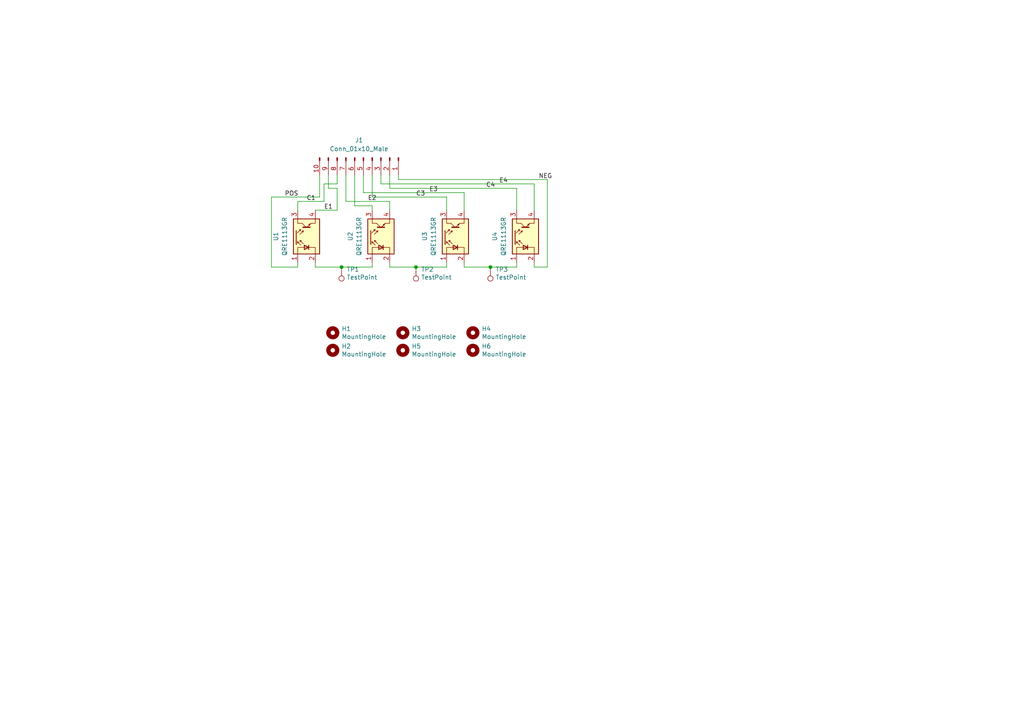
<source format=kicad_sch>
(kicad_sch (version 20211123) (generator eeschema)
  (paper "A4")
  (lib_symbols
    (symbol "Connector:Conn_01x10_Male" (pin_names (offset 1.016) hide)
      (property "Reference" "J" (at 0 12.7 0))
      (property "Value" "Conn_01x10_Male" (at 0 -15.24 0))
      (symbol "Conn_01x10_Male_1_1"
        (polyline (pts (xy 1.27 -12.7) (xy 0.8636 -12.7)) (stroke (width 0.1524)))
        (polyline (pts (xy 1.27 -10.16) (xy 0.8636 -10.16)) (stroke (width 0.1524)))
        (polyline (pts (xy 1.27 -7.62) (xy 0.8636 -7.62)) (stroke (width 0.1524)))
        (polyline (pts (xy 1.27 -5.08) (xy 0.8636 -5.08)) (stroke (width 0.1524)))
        (polyline (pts (xy 1.27 -2.54) (xy 0.8636 -2.54)) (stroke (width 0.1524)))
        (polyline (pts (xy 1.27 0) (xy 0.8636 0)) (stroke (width 0.1524)))
        (polyline (pts (xy 1.27 2.54) (xy 0.8636 2.54)) (stroke (width 0.1524)))
        (polyline (pts (xy 1.27 5.08) (xy 0.8636 5.08)) (stroke (width 0.1524)))
        (polyline (pts (xy 1.27 7.62) (xy 0.8636 7.62)) (stroke (width 0.1524)))
        (polyline (pts (xy 1.27 10.16) (xy 0.8636 10.16)) (stroke (width 0.1524)))
        (rectangle (start 0.8636 -12.573) (end 0 -12.827) (stroke (width 0.1524)) (fill (type outline)))
        (rectangle (start 0.8636 -10.033) (end 0 -10.287) (stroke (width 0.1524)) (fill (type outline)))
        (rectangle (start 0.8636 -7.493) (end 0 -7.747) (stroke (width 0.1524)) (fill (type outline)))
        (rectangle (start 0.8636 -4.953) (end 0 -5.207) (stroke (width 0.1524)) (fill (type outline)))
        (rectangle (start 0.8636 -2.413) (end 0 -2.667) (stroke (width 0.1524)) (fill (type outline)))
        (rectangle (start 0.8636 0.127) (end 0 -0.127) (stroke (width 0.1524)) (fill (type outline)))
        (rectangle (start 0.8636 2.667) (end 0 2.413) (stroke (width 0.1524)) (fill (type outline)))
        (rectangle (start 0.8636 5.207) (end 0 4.953) (stroke (width 0.1524)) (fill (type outline)))
        (rectangle (start 0.8636 7.747) (end 0 7.493) (stroke (width 0.1524)) (fill (type outline)))
        (rectangle (start 0.8636 10.287) (end 0 10.033) (stroke (width 0.1524)) (fill (type outline)))
        (pin passive line (at 5.08 10.16 180) (length 3.81) (name "Pin_1") (number "1"))
        (pin passive line (at 5.08 -12.7 180) (length 3.81) (name "Pin_10") (number "10"))
        (pin passive line (at 5.08 7.62 180) (length 3.81) (name "Pin_2") (number "2"))
        (pin passive line (at 5.08 5.08 180) (length 3.81) (name "Pin_3") (number "3"))
        (pin passive line (at 5.08 2.54 180) (length 3.81) (name "Pin_4") (number "4"))
        (pin passive line (at 5.08 0 180) (length 3.81) (name "Pin_5") (number "5"))
        (pin passive line (at 5.08 -2.54 180) (length 3.81) (name "Pin_6") (number "6"))
        (pin passive line (at 5.08 -5.08 180) (length 3.81) (name "Pin_7") (number "7"))
        (pin passive line (at 5.08 -7.62 180) (length 3.81) (name "Pin_8") (number "8"))
        (pin passive line (at 5.08 -10.16 180) (length 3.81) (name "Pin_9") (number "9"))
      )
    )
    (symbol "Connector:TestPoint" (pin_numbers hide) (pin_names (offset 0.762) hide)
      (property "Reference" "TP" (at 0 6.858 0))
      (property "Value" "TestPoint" (at 0 5.08 0))
      (symbol "TestPoint_0_1"
        (circle (center 0 3.302) (radius 0.762))
      )
      (symbol "TestPoint_1_1"
        (pin passive line (at 0 0 90) (length 2.54) (name "1") (number "1"))
      )
    )
    (symbol "Mechanical:MountingHole" (pin_names (offset 1.016))
      (property "Reference" "H" (at 0 5.08 0))
      (property "Value" "MountingHole" (at 0 3.175 0))
      (symbol "MountingHole_0_1"
        (circle (center 0 0) (radius 1.27) (stroke (width 1.27)))
      )
    )
    (symbol "Sensor_Proximity:QRE1113GR" (pin_names (offset 0.0254) hide)
      (property "Reference" "U" (at -3.81 5.08 0))
      (property "Value" "QRE1113GR" (at 11.43 5.08 0))
      (symbol "QRE1113GR_0_1"
        (polyline (pts (xy -3.81 -0.635) (xy -2.54 -0.635)) (stroke (width 0.254)))
        (polyline (pts (xy -2.286 2.921) (xy -2.032 3.175)))
        (polyline (pts (xy -1.778 2.921) (xy -1.524 3.175)))
        (polyline (pts (xy -1.524 2.667) (xy -1.651 2.159)))
        (polyline (pts (xy -1.27 2.921) (xy -1.016 3.175)))
        (polyline (pts (xy -1.143 1.905) (xy -1.27 1.397)))
        (polyline (pts (xy -0.762 2.921) (xy -0.508 3.175)))
        (polyline (pts (xy -0.254 2.921) (xy 0 3.175)))
        (polyline (pts (xy 0.254 2.921) (xy 0.508 3.175)))
        (polyline (pts (xy 0.762 2.921) (xy 1.016 3.175)))
        (polyline (pts (xy 1.27 2.921) (xy 1.524 3.175)))
        (polyline (pts (xy 1.651 0.889) (xy 1.143 1.016)))
        (polyline (pts (xy 1.778 2.921) (xy -2.413 2.921)))
        (polyline (pts (xy 2.032 1.651) (xy 1.524 1.778)))
        (polyline (pts (xy 2.667 -0.127) (xy 3.81 -1.27)))
        (polyline (pts (xy 2.667 0.127) (xy 3.81 1.27)))
        (polyline (pts (xy -2.54 1.651) (xy -1.524 2.667) (xy -2.032 2.54)))
        (polyline (pts (xy -2.159 0.889) (xy -1.143 1.905) (xy -1.651 1.778)))
        (polyline (pts (xy 0.635 1.905) (xy 1.651 0.889) (xy 1.524 1.397)))
        (polyline (pts (xy 1.016 2.667) (xy 2.032 1.651) (xy 1.905 2.159)))
        (polyline (pts (xy 2.667 1.016) (xy 2.667 -1.016) (xy 2.667 -1.016)) (stroke (width 0.3556)))
        (polyline (pts (xy 3.81 -1.27) (xy 3.81 -2.54) (xy 5.08 -2.54)))
        (polyline (pts (xy 3.81 1.27) (xy 3.81 2.54) (xy 5.08 2.54)))
        (polyline (pts (xy -5.08 -2.54) (xy -3.175 -2.54) (xy -3.175 2.54) (xy -5.08 2.54)))
        (polyline (pts (xy -3.175 -0.635) (xy -3.81 0.635) (xy -2.54 0.635) (xy -3.175 -0.635)) (stroke (width 0.254)))
        (polyline (pts (xy 3.683 -1.143) (xy 3.429 -0.635) (xy 3.175 -0.889) (xy 3.683 -1.143)))
        (polyline (pts (xy -5.08 -3.81) (xy 5.08 -3.81) (xy 5.08 3.81) (xy -5.08 3.81) (xy -5.08 -3.81)) (stroke (width 0.254)) (fill (type background)))
      )
      (symbol "QRE1113GR_1_1"
        (pin passive line (at -7.62 2.54 0) (length 2.54) (name "A") (number "1"))
        (pin passive line (at -7.62 -2.54 0) (length 2.54) (name "K") (number "2"))
        (pin open_collector line (at 7.62 2.54 180) (length 2.54) (name "~") (number "3"))
        (pin open_emitter line (at 7.62 -2.54 180) (length 2.54) (name "~") (number "4"))
      )
    )
  )
  (junction (at 120.65 77.47))
  (junction (at 142.24 77.47))
  (junction (at 99.06 77.47))
  (wire (pts (xy 91.44 60.96) (xy 97.79 60.96)))
  (wire (pts (xy 78.74 77.47) (xy 78.74 57.15)))
  (wire (pts (xy 158.75 77.47) (xy 158.75 52.07)))
  (wire (pts (xy 129.54 57.15) (xy 107.95 57.15)))
  (wire (pts (xy 93.98 53.34) (xy 93.98 58.42)))
  (wire (pts (xy 78.74 57.15) (xy 92.71 57.15)))
  (wire (pts (xy 134.62 55.88) (xy 105.41 55.88)))
  (wire (pts (xy 158.75 52.07) (xy 115.57 52.07)))
  (wire (pts (xy 120.65 77.47) (xy 129.54 77.47)))
  (wire (pts (xy 107.95 59.69) (xy 107.95 60.96)))
  (wire (pts (xy 107.95 57.15) (xy 107.95 50.8)))
  (wire (pts (xy 149.86 54.61) (xy 113.03 54.61)))
  (wire (pts (xy 86.36 58.42) (xy 93.98 58.42)))
  (wire (pts (xy 86.36 58.42) (xy 86.36 60.96)))
  (wire (pts (xy 110.49 50.8) (xy 110.49 53.34)))
  (wire (pts (xy 134.62 77.47) (xy 142.24 77.47)))
  (wire (pts (xy 115.57 52.07) (xy 115.57 50.8)))
  (wire (pts (xy 154.94 53.34) (xy 154.94 60.96)))
  (wire (pts (xy 91.44 76.2) (xy 91.44 77.47)))
  (wire (pts (xy 97.79 54.61) (xy 95.25 54.61)))
  (wire (pts (xy 102.87 50.8) (xy 102.87 59.69)))
  (wire (pts (xy 113.03 76.2) (xy 113.03 77.47)))
  (wire (pts (xy 92.71 57.15) (xy 92.71 50.8)))
  (wire (pts (xy 149.86 54.61) (xy 149.86 60.96)))
  (wire (pts (xy 129.54 77.47) (xy 129.54 76.2)))
  (wire (pts (xy 107.95 77.47) (xy 107.95 76.2)))
  (wire (pts (xy 113.03 58.42) (xy 113.03 60.96)))
  (wire (pts (xy 129.54 57.15) (xy 129.54 60.96)))
  (wire (pts (xy 113.03 54.61) (xy 113.03 50.8)))
  (wire (pts (xy 134.62 55.88) (xy 134.62 60.96)))
  (wire (pts (xy 91.44 77.47) (xy 99.06 77.47)))
  (wire (pts (xy 93.98 53.34) (xy 97.79 53.34)))
  (wire (pts (xy 154.94 76.2) (xy 154.94 77.47)))
  (wire (pts (xy 86.36 77.47) (xy 78.74 77.47)))
  (wire (pts (xy 107.95 59.69) (xy 102.87 59.69)))
  (wire (pts (xy 113.03 58.42) (xy 100.33 58.42)))
  (wire (pts (xy 154.94 53.34) (xy 110.49 53.34)))
  (wire (pts (xy 113.03 77.47) (xy 120.65 77.47)))
  (wire (pts (xy 142.24 77.47) (xy 149.86 77.47)))
  (wire (pts (xy 100.33 50.8) (xy 100.33 58.42)))
  (wire (pts (xy 105.41 55.88) (xy 105.41 50.8)))
  (wire (pts (xy 149.86 77.47) (xy 149.86 76.2)))
  (wire (pts (xy 97.79 60.96) (xy 97.79 54.61)))
  (wire (pts (xy 134.62 76.2) (xy 134.62 77.47)))
  (wire (pts (xy 99.06 77.47) (xy 107.95 77.47)))
  (wire (pts (xy 97.79 53.34) (xy 97.79 50.8)))
  (wire (pts (xy 154.94 77.47) (xy 158.75 77.47)))
  (wire (pts (xy 86.36 76.2) (xy 86.36 77.47)))
  (wire (pts (xy 95.25 54.61) (xy 95.25 50.8)))
  (label "E2" (at 106.68 58.42 0))
  (label "E4" (at 144.78 53.34 0))
  (label "E3" (at 124.46 55.88 0))
  (label "E1" (at 93.98 60.96 0))
  (label "NEG" (at 156.21 52.07 0))
  (label "C1" (at 88.9 58.42 0))
  (label "C4" (at 140.97 54.61 0))
  (label "C3" (at 120.65 57.15 0))
  (label "POS" (at 82.55 57.15 0))
  (symbol (lib_id "Mechanical:MountingHole") (at 96.52 96.52 0) (unit 1)
    (property "Reference" "H1" (at 99.06 95.3516 0) (effects (justify left)))
    (property "Value" "MountingHole" (at 99.06 97.663 0) (effects (justify left)))
    (property "Footprint" "Mounting_Holes:MountingHole_3.2mm_M3" (effects hide))
  )
  (symbol (lib_id "Mechanical:MountingHole") (at 96.52 101.6 0) (unit 1)
    (property "Reference" "H2" (at 99.06 100.4316 0) (effects (justify left)))
    (property "Value" "MountingHole" (at 99.06 102.743 0) (effects (justify left)))
    (property "Footprint" "Mounting_Holes:MountingHole_3.2mm_M3" (effects hide))
  )
  (symbol (lib_id "Connector:TestPoint") (at 99.06 77.47 180) (unit 1)
    (property "Reference" "TP1" (at 100.5332 78.1304 0) (effects (justify right)))
    (property "Value" "TestPoint" (at 100.5332 80.4418 0) (effects (justify right)))
    (property "Footprint" "TestPoint:TestPoint_Pad_1.0x1.0mm" (effects hide))
  )
  (symbol (lib_id "Connector:TestPoint") (at 120.65 77.47 180) (unit 1)
    (property "Reference" "TP2" (at 122.1232 78.1304 0) (effects (justify right)))
    (property "Value" "TestPoint" (at 122.1232 80.4418 0) (effects (justify right)))
    (property "Footprint" "TestPoint:TestPoint_Pad_1.0x1.0mm" (effects hide))
  )
  (symbol (lib_id "Connector:TestPoint") (at 142.24 77.47 180) (unit 1)
    (property "Reference" "TP3" (at 143.7132 78.1304 0) (effects (justify right)))
    (property "Value" "TestPoint" (at 143.7132 80.4418 0) (effects (justify right)))
    (property "Footprint" "TestPoint:TestPoint_Pad_1.0x1.0mm" (effects hide))
  )
  (symbol (lib_id "Mechanical:MountingHole") (at 116.84 96.52 0) (unit 1)
    (property "Reference" "H3" (at 119.38 95.3516 0) (effects (justify left)))
    (property "Value" "MountingHole" (at 119.38 97.663 0) (effects (justify left)))
    (property "Footprint" "Mounting_Holes:MountingHole_3.2mm_M3" (effects hide))
  )
  (symbol (lib_id "Mechanical:MountingHole") (at 116.84 101.6 0) (unit 1)
    (property "Reference" "H5" (at 119.38 100.4316 0) (effects (justify left)))
    (property "Value" "MountingHole" (at 119.38 102.743 0) (effects (justify left)))
    (property "Footprint" "Mounting_Holes:MountingHole_3.2mm_M3" (effects hide))
  )
  (symbol (lib_id "Mechanical:MountingHole") (at 137.16 96.52 0) (unit 1)
    (property "Reference" "H4" (at 139.7 95.3516 0) (effects (justify left)))
    (property "Value" "MountingHole" (at 139.7 97.663 0) (effects (justify left)))
    (property "Footprint" "Mounting_Holes:MountingHole_3.2mm_M3" (effects hide))
  )
  (symbol (lib_id "Mechanical:MountingHole") (at 137.16 101.6 0) (unit 1)
    (property "Reference" "H6" (at 139.7 100.4316 0) (effects (justify left)))
    (property "Value" "MountingHole" (at 139.7 102.743 0) (effects (justify left)))
    (property "Footprint" "Mounting_Holes:MountingHole_3.2mm_M3" (effects hide))
  )
  (symbol (lib_id "Sensor_Proximity:QRE1113GR") (at 132.08 68.58 90) (unit 1)
    (property "Reference" "U3" (at 123.19 68.58 0))
    (property "Value" "QRE1113GR" (at 125.73 68.58 0))
    (property "Footprint" "OptoDevice:QRE1113GR" (effects hide))
    (property "Datasheet" "http://www.onsemi.com/pub/Collateral/QRE1113-D.PDF" (effects hide))
  )
  (symbol (lib_id "Sensor_Proximity:QRE1113GR") (at 152.4 68.58 90) (unit 1)
    (property "Reference" "U4" (at 143.51 68.58 0))
    (property "Value" "QRE1113GR" (at 146.05 68.58 0))
    (property "Footprint" "OptoDevice:QRE1113GR" (effects hide))
    (property "Datasheet" "http://www.onsemi.com/pub/Collateral/QRE1113-D.PDF" (effects hide))
  )
  (symbol (lib_id "Sensor_Proximity:QRE1113GR") (at 88.9 68.58 90) (unit 1)
    (property "Reference" "U1" (at 80.01 68.58 0))
    (property "Value" "QRE1113GR" (at 82.55 68.58 0))
    (property "Footprint" "OptoDevice:QRE1113GR" (effects hide))
    (property "Datasheet" "http://www.onsemi.com/pub/Collateral/QRE1113-D.PDF" (effects hide))
  )
  (symbol (lib_id "Connector:Conn_01x10_Male") (at 105.41 45.72 270) (unit 1)
    (property "Reference" "J1" (at 104.14 40.64 90))
    (property "Value" "Conn_01x10_Male" (at 104.14 43.18 90))
    (property "Footprint" "Connector_PinHeader_2.54mm:PinHeader_1x10_P2.54mm_Vertical" (effects hide))
  )
  (symbol (lib_id "Sensor_Proximity:QRE1113GR") (at 110.49 68.58 90) (unit 1)
    (property "Reference" "U2" (at 101.6 68.58 0))
    (property "Value" "QRE1113GR" (at 104.14 68.58 0))
    (property "Footprint" "OptoDevice:QRE1113GR" (effects hide))
    (property "Datasheet" "http://www.onsemi.com/pub/Collateral/QRE1113-D.PDF" (effects hide))
  )
)
</source>
